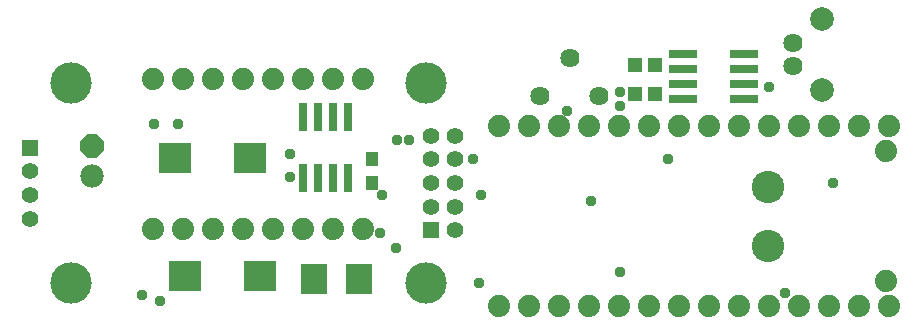
<source format=gbr>
G04 EAGLE Gerber RS-274X export*
G75*
%MOMM*%
%FSLAX34Y34*%
%LPD*%
%INSoldermask Top*%
%IPPOS*%
%AMOC8*
5,1,8,0,0,1.08239X$1,22.5*%
G01*
%ADD10C,3.503200*%
%ADD11R,2.803200X2.603200*%
%ADD12P,2.144431X8X112.500000*%
%ADD13C,1.981200*%
%ADD14R,1.003200X1.203200*%
%ADD15R,2.203200X2.603200*%
%ADD16R,1.422400X1.422400*%
%ADD17C,1.422400*%
%ADD18R,1.203200X1.303200*%
%ADD19C,1.879600*%
%ADD20R,0.803200X2.403200*%
%ADD21R,2.403200X0.803200*%
%ADD22C,2.753200*%
%ADD23C,1.625600*%
%ADD24C,2.003200*%
%ADD25C,0.959600*%


D10*
X70000Y85000D03*
X70000Y-85000D03*
X370000Y85000D03*
X370000Y-85000D03*
D11*
X220950Y21100D03*
X157450Y21100D03*
X230250Y-78900D03*
X166750Y-78900D03*
D12*
X87300Y31700D03*
D13*
X87300Y6300D03*
D14*
X325000Y20000D03*
X325000Y0D03*
D15*
X275700Y-81100D03*
X313700Y-81100D03*
D16*
X375000Y-40000D03*
D17*
X395000Y-40000D03*
X375000Y-20000D03*
X395000Y-20000D03*
X375000Y0D03*
X395000Y0D03*
X375000Y20000D03*
X395000Y20000D03*
X375000Y40000D03*
X395000Y40000D03*
D16*
X35400Y30000D03*
D17*
X35400Y10000D03*
X35400Y-10000D03*
X35400Y-30000D03*
D18*
X564500Y100000D03*
X547500Y100000D03*
X564500Y75000D03*
X547500Y75000D03*
D19*
X240700Y88500D03*
X266100Y88500D03*
X291500Y88500D03*
X316900Y88500D03*
X240700Y-38500D03*
X266100Y-38500D03*
X291500Y-38500D03*
X316900Y-38500D03*
X215300Y88500D03*
X189900Y88500D03*
X164500Y88500D03*
X139100Y88500D03*
X139100Y-38500D03*
X164500Y-38500D03*
X189900Y-38500D03*
X215300Y-38500D03*
D20*
X291350Y56000D03*
X291350Y4000D03*
X304050Y56000D03*
X278650Y56000D03*
X265950Y56000D03*
X304050Y4000D03*
X278650Y4000D03*
X265950Y4000D03*
D21*
X639900Y83650D03*
X587900Y83650D03*
X639900Y70950D03*
X639900Y96350D03*
X639900Y109050D03*
X587900Y70950D03*
X587900Y96350D03*
X587900Y109050D03*
D22*
X660000Y-3000D03*
X660000Y-53000D03*
D19*
X760000Y27000D03*
X760000Y-83000D03*
D23*
X517000Y74000D03*
X467000Y74000D03*
X492000Y106000D03*
X681300Y98800D03*
X681300Y118800D03*
D24*
X705300Y78800D03*
X705300Y138800D03*
D19*
X762000Y-104200D03*
X736600Y-104200D03*
X711200Y-104200D03*
X685800Y-104200D03*
X660400Y-104200D03*
X635000Y-104200D03*
X609600Y-104200D03*
X584200Y-104200D03*
X558800Y-104200D03*
X533400Y-104200D03*
X508000Y-104200D03*
X482600Y-104200D03*
X457200Y-104200D03*
X431800Y-104200D03*
X431800Y48200D03*
X457200Y48200D03*
X482600Y48200D03*
X508000Y48200D03*
X533400Y48200D03*
X558800Y48200D03*
X584200Y48200D03*
X609600Y48200D03*
X635000Y48200D03*
X660400Y48200D03*
X685800Y48200D03*
X711200Y48200D03*
X736600Y48200D03*
X762000Y48200D03*
D25*
X255000Y25000D03*
X255000Y5000D03*
X160000Y50000D03*
X140000Y50000D03*
X130000Y-95000D03*
X145000Y-100000D03*
X535000Y77000D03*
X535000Y65000D03*
X661176Y80960D03*
X674624Y-93472D03*
X331216Y-42512D03*
X333248Y-10160D03*
X345000Y-55000D03*
X715000Y0D03*
X415000Y-85000D03*
X355600Y36576D03*
X345440Y36576D03*
X416560Y-10160D03*
X490000Y60960D03*
X510000Y-15000D03*
X535000Y-75000D03*
X410000Y20000D03*
X575000Y20000D03*
M02*

</source>
